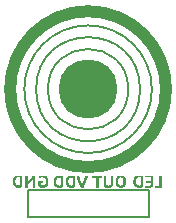
<source format=gbr>
G04 DipTrace 3.2.0.1*
G04 BottomSilk.gbr*
%MOIN*%
G04 #@! TF.FileFunction,Legend,Bot*
G04 #@! TF.Part,Single*
%ADD13C,0.002625*%
%ADD15C,0.007874*%
%ADD18C,0.19685*%
%ADD19C,0.03937*%
%FSLAX26Y26*%
G04*
G70*
G90*
G75*
G01*
G04 BotSilk*
%LPD*%
X-133858Y39370D2*
D15*
G02X-133858Y39370I133858J0D01*
G01*
X-173228D2*
G02X-173228Y39370I173228J0D01*
G01*
X-212598D2*
G02X-212598Y39370I212598J0D01*
G01*
D18*
X0D3*
X-259843D2*
D19*
G02X-259843Y39370I259843J0D01*
G01*
X-275591D2*
D15*
G02X-275591Y39370I275591J0D01*
G01*
X-200000Y-296850D2*
X202362D1*
Y-385039D1*
X-200000D1*
Y-296850D1*
X-239084Y-248580D2*
D13*
X-222024D1*
X-210213D2*
X-204963D1*
X-182654D2*
X-178717D1*
X-162969D2*
X-147220D1*
X-241761Y-249892D2*
X-222024D1*
X-210213D2*
X-204963D1*
X-183966D2*
X-178717D1*
X-163579D2*
X-144253D1*
X-243984Y-251205D2*
X-222024D1*
X-210213D2*
X-204963D1*
X-185278D2*
X-178717D1*
X-163985D2*
X-141842D1*
X-245698Y-252517D2*
X-238776D1*
X-225961D2*
X-222024D1*
X-210213D2*
X-204963D1*
X-186591D2*
X-178717D1*
X-164281D2*
X-161656D1*
X-149099D2*
X-140072D1*
X-247021Y-253829D2*
X-240683D1*
X-225961D2*
X-222024D1*
X-210213D2*
X-204963D1*
X-187903D2*
X-178717D1*
X-146425D2*
X-138828D1*
X-248077Y-255142D2*
X-242074D1*
X-225961D2*
X-222024D1*
X-210213D2*
X-204963D1*
X-189215D2*
X-178717D1*
X-144594D2*
X-137939D1*
X-248822Y-256454D2*
X-243090D1*
X-225961D2*
X-222024D1*
X-210213D2*
X-204963D1*
X-190528D2*
X-178717D1*
X-143364D2*
X-137292D1*
X-249287Y-257766D2*
X-243900D1*
X-225961D2*
X-222024D1*
X-210213D2*
X-204963D1*
X-191840D2*
X-178717D1*
X-142462D2*
X-136785D1*
X-249658Y-259079D2*
X-244573D1*
X-225961D2*
X-222024D1*
X-210213D2*
X-204963D1*
X-193152D2*
X-186591D1*
X-183966D2*
X-178717D1*
X-141753D2*
X-136306D1*
X-250060Y-260391D2*
X-245081D1*
X-225961D2*
X-222024D1*
X-210213D2*
X-204963D1*
X-194465D2*
X-187903D1*
X-183966D2*
X-178717D1*
X-141230D2*
X-135898D1*
X-250432Y-261703D2*
X-245385D1*
X-225961D2*
X-222024D1*
X-210213D2*
X-204963D1*
X-195777D2*
X-189215D1*
X-183966D2*
X-178717D1*
X-140922D2*
X-135640D1*
X-250674Y-263016D2*
X-245536D1*
X-225961D2*
X-222024D1*
X-210213D2*
X-204963D1*
X-197089D2*
X-190528D1*
X-183966D2*
X-178717D1*
X-140769D2*
X-135508D1*
X-250800Y-264328D2*
X-245603D1*
X-225961D2*
X-222024D1*
X-210213D2*
X-204958D1*
X-198407D2*
X-191840D1*
X-183966D2*
X-178717D1*
X-140702D2*
X-135448D1*
X-250857Y-265640D2*
X-245630D1*
X-225961D2*
X-222024D1*
X-210213D2*
X-204908D1*
X-199769D2*
X-193152D1*
X-183966D2*
X-178717D1*
X-165593D2*
X-152470D1*
X-140675D2*
X-135424D1*
X-250881Y-266953D2*
X-245640D1*
X-225961D2*
X-222024D1*
X-210213D2*
X-204705D1*
X-201284D2*
X-194465D1*
X-183966D2*
X-178717D1*
X-165593D2*
X-152470D1*
X-140664D2*
X-135415D1*
X-250885Y-268265D2*
X-245639D1*
X-225961D2*
X-222024D1*
X-210213D2*
X-204257D1*
X-203045D2*
X-195777D1*
X-183966D2*
X-178717D1*
X-165593D2*
X-152470D1*
X-140661D2*
X-135411D1*
X-250842Y-269577D2*
X-245594D1*
X-225961D2*
X-222024D1*
X-210213D2*
X-197089D1*
X-183966D2*
X-178717D1*
X-165593D2*
X-161656D1*
X-140665D2*
X-135415D1*
X-250676Y-270890D2*
X-245427D1*
X-225961D2*
X-222024D1*
X-210213D2*
X-198402D1*
X-183966D2*
X-178717D1*
X-165593D2*
X-161656D1*
X-140710D2*
X-135461D1*
X-250357Y-272202D2*
X-245108D1*
X-225961D2*
X-222024D1*
X-210213D2*
X-199714D1*
X-183966D2*
X-178717D1*
X-165593D2*
X-161656D1*
X-140877D2*
X-135628D1*
X-249974Y-273514D2*
X-244725D1*
X-225961D2*
X-222024D1*
X-210213D2*
X-201021D1*
X-183966D2*
X-178717D1*
X-165593D2*
X-161656D1*
X-141197D2*
X-135947D1*
X-249573Y-274827D2*
X-244319D1*
X-225961D2*
X-222024D1*
X-210213D2*
X-202282D1*
X-183966D2*
X-178717D1*
X-165593D2*
X-161656D1*
X-141584D2*
X-136330D1*
X-249086Y-276139D2*
X-243780D1*
X-225966D2*
X-222024D1*
X-210213D2*
X-203376D1*
X-183966D2*
X-178717D1*
X-165593D2*
X-161651D1*
X-142037D2*
X-136731D1*
X-248475Y-277451D2*
X-243095D1*
X-226053D2*
X-222024D1*
X-210213D2*
X-204156D1*
X-183966D2*
X-178717D1*
X-165593D2*
X-161554D1*
X-142610D2*
X-137219D1*
X-247691Y-278764D2*
X-241690D1*
X-226284D2*
X-222024D1*
X-210213D2*
X-204599D1*
X-183966D2*
X-178717D1*
X-165593D2*
X-161292D1*
X-143899D2*
X-137834D1*
X-246680Y-280076D2*
X-238072D1*
X-227864D2*
X-222039D1*
X-210213D2*
X-204813D1*
X-183966D2*
X-178717D1*
X-165573D2*
X-159404D1*
X-147735D2*
X-138670D1*
X-245423Y-281388D2*
X-232612D1*
X-232372D2*
X-222189D1*
X-210213D2*
X-204905D1*
X-183966D2*
X-178717D1*
X-165511D2*
X-153873D1*
X-153929D2*
X-139888D1*
X-243774Y-282701D2*
X-222547D1*
X-210213D2*
X-204942D1*
X-183966D2*
X-178717D1*
X-164896D2*
X-141573D1*
X-241593Y-284013D2*
X-224081D1*
X-210213D2*
X-204956D1*
X-183966D2*
X-178717D1*
X-162851D2*
X-143654D1*
X-239084Y-285325D2*
X-225961D1*
X-210213D2*
X-204963D1*
X-183966D2*
X-178717D1*
X-160344D2*
X-145908D1*
X-103257Y-249367D2*
X-86197D1*
X-62575D2*
X-45514D1*
X-37640D2*
X-32391D1*
X-8769D2*
X-3520D1*
X-105934Y-250680D2*
X-86197D1*
X-65252D2*
X-45514D1*
X-37438D2*
X-32386D1*
X-9578D2*
X-4328D1*
X-108157Y-251992D2*
X-86197D1*
X-67475D2*
X-45514D1*
X-37112D2*
X-32340D1*
X-10285D2*
X-5036D1*
X-109871Y-253304D2*
X-102949D1*
X-90134D2*
X-86197D1*
X-69189D2*
X-62267D1*
X-49451D2*
X-45514D1*
X-36767D2*
X-32173D1*
X-10862D2*
X-5612D1*
X-111195Y-254617D2*
X-104856D1*
X-90134D2*
X-86197D1*
X-70512D2*
X-64173D1*
X-49451D2*
X-45514D1*
X-36491D2*
X-31853D1*
X-11343D2*
X-6094D1*
X-112250Y-255929D2*
X-106247D1*
X-90134D2*
X-86197D1*
X-71568D2*
X-65565D1*
X-49451D2*
X-45514D1*
X-36202D2*
X-31471D1*
X-11819D2*
X-6570D1*
X-112995Y-257241D2*
X-107264D1*
X-90134D2*
X-86197D1*
X-72312D2*
X-66581D1*
X-49451D2*
X-45514D1*
X-35827D2*
X-31074D1*
X-12270D2*
X-7021D1*
X-113461Y-258554D2*
X-108074D1*
X-90134D2*
X-86197D1*
X-72778D2*
X-67391D1*
X-49451D2*
X-45514D1*
X-35421D2*
X-30638D1*
X-12699D2*
X-7450D1*
X-113831Y-259866D2*
X-108746D1*
X-90134D2*
X-86197D1*
X-73149D2*
X-68064D1*
X-49451D2*
X-45514D1*
X-35016D2*
X-30241D1*
X-13192D2*
X-7943D1*
X-114233Y-261178D2*
X-109255D1*
X-90134D2*
X-86197D1*
X-73551D2*
X-68572D1*
X-49451D2*
X-45514D1*
X-34572D2*
X-29943D1*
X-13755D2*
X-8506D1*
X-114605Y-262491D2*
X-109558D1*
X-90134D2*
X-86197D1*
X-73923D2*
X-68876D1*
X-49451D2*
X-45514D1*
X-34133D2*
X-29640D1*
X-14328D2*
X-9078D1*
X-114847Y-263803D2*
X-109709D1*
X-90134D2*
X-86197D1*
X-74165D2*
X-69027D1*
X-49451D2*
X-45514D1*
X-33713D2*
X-29221D1*
X-14841D2*
X-9592D1*
X-114973Y-265115D2*
X-109776D1*
X-90134D2*
X-86197D1*
X-74291D2*
X-69094D1*
X-49451D2*
X-45514D1*
X-33263D2*
X-28693D1*
X-15296D2*
X-10052D1*
X-115031Y-266428D2*
X-109803D1*
X-90134D2*
X-86197D1*
X-74348D2*
X-69121D1*
X-49451D2*
X-45514D1*
X-32821D2*
X-28135D1*
X-15762D2*
X-10559D1*
X-115054Y-267740D2*
X-109813D1*
X-90134D2*
X-86197D1*
X-74372D2*
X-69131D1*
X-49451D2*
X-45514D1*
X-32396D2*
X-27628D1*
X-16209D2*
X-11127D1*
X-115058Y-269052D2*
X-109812D1*
X-90134D2*
X-86197D1*
X-74376D2*
X-69129D1*
X-49451D2*
X-45514D1*
X-31905D2*
X-27170D1*
X-16637D2*
X-11702D1*
X-115015Y-270365D2*
X-109767D1*
X-90134D2*
X-86197D1*
X-74333D2*
X-69085D1*
X-49451D2*
X-45514D1*
X-31342D2*
X-26664D1*
X-17129D2*
X-12216D1*
X-114849Y-271677D2*
X-109600D1*
X-90134D2*
X-86197D1*
X-74167D2*
X-68918D1*
X-49451D2*
X-45514D1*
X-30769D2*
X-26091D1*
X-17692D2*
X-12672D1*
X-114530Y-272990D2*
X-109281D1*
X-90134D2*
X-86197D1*
X-73848D2*
X-68598D1*
X-49451D2*
X-45514D1*
X-30256D2*
X-25475D1*
X-18265D2*
X-13137D1*
X-114148Y-274302D2*
X-108898D1*
X-90134D2*
X-86197D1*
X-73465D2*
X-68216D1*
X-49451D2*
X-45514D1*
X-29795D2*
X-24840D1*
X-18778D2*
X-13585D1*
X-113746Y-275614D2*
X-108492D1*
X-90134D2*
X-86197D1*
X-73064D2*
X-67810D1*
X-49451D2*
X-45514D1*
X-29289D2*
X-24232D1*
X-19239D2*
X-14012D1*
X-113259Y-276927D2*
X-107953D1*
X-90139D2*
X-86197D1*
X-72577D2*
X-67271D1*
X-49457D2*
X-45514D1*
X-28715D2*
X-23699D1*
X-19749D2*
X-14504D1*
X-112649Y-278239D2*
X-107268D1*
X-90226D2*
X-86197D1*
X-71966D2*
X-66586D1*
X-49544D2*
X-45514D1*
X-28100D2*
X-23202D1*
X-20357D2*
X-15067D1*
X-111864Y-279551D2*
X-105864D1*
X-90457D2*
X-86197D1*
X-71181D2*
X-65181D1*
X-49774D2*
X-45514D1*
X-27459D2*
X-22597D1*
X-21081D2*
X-15640D1*
X-110854Y-280864D2*
X-102245D1*
X-92037D2*
X-86212D1*
X-70171D2*
X-61563D1*
X-51355D2*
X-45530D1*
X-26811D2*
X-16154D1*
X-109597Y-282176D2*
X-96785D1*
X-96545D2*
X-86362D1*
X-68914D2*
X-56102D1*
X-55863D2*
X-45680D1*
X-26160D2*
X-16610D1*
X-107947Y-283488D2*
X-86720D1*
X-67265D2*
X-46037D1*
X-25540D2*
X-17081D1*
X-105766Y-284801D2*
X-88254D1*
X-65083D2*
X-47571D1*
X-24993D2*
X-17539D1*
X-103257Y-286113D2*
X-90134D1*
X-62575D2*
X-49451D1*
X-24517D2*
X-17955D1*
X14459Y-248974D2*
X44643D1*
X52517D2*
X57766D1*
X76139D2*
X81388D1*
X102386D2*
X112885D1*
X14459Y-250286D2*
X44643D1*
X52517D2*
X57766D1*
X76139D2*
X81388D1*
X99867D2*
X115403D1*
X14459Y-251598D2*
X44643D1*
X52517D2*
X57766D1*
X76139D2*
X81388D1*
X97847D2*
X117423D1*
X27583Y-252911D2*
X32832D1*
X52517D2*
X57766D1*
X76139D2*
X81388D1*
X96326D2*
X103961D1*
X111309D2*
X118945D1*
X27583Y-254223D2*
X32832D1*
X52517D2*
X57766D1*
X76139D2*
X81388D1*
X95210D2*
X101928D1*
X113343D2*
X120066D1*
X27583Y-255535D2*
X32832D1*
X52517D2*
X57766D1*
X76139D2*
X81388D1*
X94379D2*
X100348D1*
X114922D2*
X120938D1*
X27583Y-256848D2*
X32832D1*
X52517D2*
X57766D1*
X76139D2*
X81388D1*
X93756D2*
X99188D1*
X116082D2*
X121682D1*
X27583Y-258160D2*
X32832D1*
X52517D2*
X57766D1*
X76139D2*
X81388D1*
X93258D2*
X98339D1*
X116932D2*
X122327D1*
X27583Y-259472D2*
X32832D1*
X52517D2*
X57766D1*
X76139D2*
X81388D1*
X92782D2*
X97751D1*
X117519D2*
X122825D1*
X27583Y-260785D2*
X32832D1*
X52517D2*
X57766D1*
X76139D2*
X81388D1*
X92375D2*
X97416D1*
X117854D2*
X123124D1*
X27583Y-262097D2*
X32832D1*
X52517D2*
X57766D1*
X76139D2*
X81388D1*
X92118D2*
X97253D1*
X118018D2*
X123274D1*
X27583Y-263409D2*
X32832D1*
X52517D2*
X57766D1*
X76139D2*
X81388D1*
X91985D2*
X97182D1*
X118089D2*
X123341D1*
X27583Y-264722D2*
X32832D1*
X52517D2*
X57766D1*
X76139D2*
X81388D1*
X91926D2*
X97153D1*
X118117D2*
X123367D1*
X27583Y-266034D2*
X32832D1*
X52517D2*
X57766D1*
X76139D2*
X81388D1*
X91902D2*
X97142D1*
X118128D2*
X123378D1*
X27583Y-267346D2*
X32832D1*
X52517D2*
X57766D1*
X76139D2*
X81388D1*
X91892D2*
X97138D1*
X118132D2*
X123381D1*
X27583Y-268659D2*
X32832D1*
X52517D2*
X57766D1*
X76139D2*
X81388D1*
X91889D2*
X97137D1*
X118133D2*
X123383D1*
X27583Y-269971D2*
X32832D1*
X52517D2*
X57766D1*
X76139D2*
X81388D1*
X91893D2*
X97137D1*
X118134D2*
X123383D1*
X27583Y-271283D2*
X32832D1*
X52517D2*
X57766D1*
X76139D2*
X81388D1*
X91939D2*
X97142D1*
X118129D2*
X123378D1*
X27583Y-272596D2*
X32832D1*
X52517D2*
X57766D1*
X76134D2*
X81383D1*
X92106D2*
X97188D1*
X118083D2*
X123332D1*
X27583Y-273908D2*
X32832D1*
X52517D2*
X57766D1*
X76088D2*
X81337D1*
X92425D2*
X97360D1*
X117910D2*
X123160D1*
X27583Y-275220D2*
X32832D1*
X52517D2*
X57766D1*
X75915D2*
X81165D1*
X92808D2*
X97726D1*
X117545D2*
X122799D1*
X27583Y-276533D2*
X32832D1*
X52517D2*
X57772D1*
X75545D2*
X80804D1*
X93209D2*
X98286D1*
X116985D2*
X122290D1*
X27583Y-277845D2*
X32832D1*
X52517D2*
X57864D1*
X74898D2*
X80296D1*
X93696D2*
X99124D1*
X116146D2*
X121696D1*
X27583Y-279157D2*
X32832D1*
X52517D2*
X58110D1*
X73973D2*
X79696D1*
X94307D2*
X100252D1*
X115018D2*
X121019D1*
X27583Y-280470D2*
X32832D1*
X52517D2*
X59844D1*
X70491D2*
X78968D1*
X95102D2*
X103196D1*
X112074D2*
X120192D1*
X27583Y-281782D2*
X32832D1*
X52517D2*
X64864D1*
X64831D2*
X77933D1*
X96202D2*
X107581D1*
X107689D2*
X119078D1*
X27583Y-283094D2*
X32832D1*
X52517D2*
X76391D1*
X97764D2*
X117510D1*
X27583Y-284407D2*
X32832D1*
X52517D2*
X74397D1*
X99903D2*
X115369D1*
X27583Y-285719D2*
X32832D1*
X59079D2*
X72202D1*
X102386D2*
X112885D1*
X162491Y-248974D2*
X179551D1*
X191362D2*
X213672D1*
X237294D2*
X242543D1*
X159814Y-250286D2*
X179551D1*
X191362D2*
X213672D1*
X237294D2*
X242543D1*
X157591Y-251598D2*
X179551D1*
X191362D2*
X213672D1*
X237294D2*
X242543D1*
X155877Y-252911D2*
X162799D1*
X175614D2*
X179551D1*
X208423D2*
X213672D1*
X237294D2*
X242543D1*
X154553Y-254223D2*
X160892D1*
X175614D2*
X179551D1*
X208423D2*
X213672D1*
X237294D2*
X242543D1*
X153498Y-255535D2*
X159501D1*
X175614D2*
X179551D1*
X208423D2*
X213672D1*
X237294D2*
X242543D1*
X152753Y-256848D2*
X158484D1*
X175614D2*
X179551D1*
X208423D2*
X213672D1*
X237294D2*
X242543D1*
X152287Y-258160D2*
X157674D1*
X175614D2*
X179551D1*
X208423D2*
X213672D1*
X237294D2*
X242543D1*
X151917Y-259472D2*
X157002D1*
X175614D2*
X179551D1*
X208423D2*
X213672D1*
X237294D2*
X242543D1*
X151515Y-260785D2*
X156493D1*
X175614D2*
X179551D1*
X208423D2*
X213672D1*
X237294D2*
X242543D1*
X151143Y-262097D2*
X156190D1*
X175614D2*
X179551D1*
X208423D2*
X213672D1*
X237294D2*
X242543D1*
X150901Y-263409D2*
X156039D1*
X175614D2*
X179551D1*
X208423D2*
X213672D1*
X237294D2*
X242543D1*
X150775Y-264722D2*
X155972D1*
X175614D2*
X179551D1*
X208423D2*
X213672D1*
X237294D2*
X242543D1*
X150717Y-266034D2*
X155945D1*
X175614D2*
X179551D1*
X192675D2*
X213672D1*
X237294D2*
X242543D1*
X150694Y-267346D2*
X155935D1*
X175614D2*
X179551D1*
X192675D2*
X213672D1*
X237294D2*
X242543D1*
X150690Y-268659D2*
X155936D1*
X175614D2*
X179551D1*
X192675D2*
X213672D1*
X237294D2*
X242543D1*
X150733Y-269971D2*
X155981D1*
X175614D2*
X179551D1*
X208423D2*
X213672D1*
X237294D2*
X242543D1*
X150899Y-271283D2*
X156148D1*
X175614D2*
X179551D1*
X208423D2*
X213672D1*
X237294D2*
X242543D1*
X151218Y-272596D2*
X156467D1*
X175614D2*
X179551D1*
X208423D2*
X213672D1*
X237294D2*
X242543D1*
X151600Y-273908D2*
X156850D1*
X175614D2*
X179551D1*
X208423D2*
X213667D1*
X237294D2*
X242543D1*
X152002Y-275220D2*
X157256D1*
X175614D2*
X179551D1*
X208417D2*
X213621D1*
X237294D2*
X242543D1*
X152489Y-276533D2*
X157795D1*
X175609D2*
X179551D1*
X208366D2*
X213453D1*
X237294D2*
X242543D1*
X153100Y-277845D2*
X158480D1*
X175522D2*
X179551D1*
X208148D2*
X213134D1*
X237294D2*
X242543D1*
X153884Y-279157D2*
X159884D1*
X175291D2*
X179551D1*
X207615D2*
X212746D1*
X237294D2*
X242543D1*
X154894Y-280470D2*
X163503D1*
X173711D2*
X179536D1*
X206747D2*
X212294D1*
X237294D2*
X242543D1*
X156151Y-281782D2*
X168963D1*
X169203D2*
X179386D1*
X205659D2*
X211589D1*
X237294D2*
X242543D1*
X157801Y-283094D2*
X179028D1*
X190050D2*
X210463D1*
X221546D2*
X242543D1*
X159982Y-284407D2*
X177494D1*
X190050D2*
X208902D1*
X221546D2*
X242543D1*
X162491Y-285719D2*
X175614D1*
X190050D2*
X207110D1*
X221546D2*
X242543D1*
X-239084Y-248580D2*
X-241761Y-249892D1*
X-243984Y-251205D1*
X-245698Y-252517D1*
X-247021Y-253829D1*
X-248077Y-255142D1*
X-248822Y-256454D1*
X-249287Y-257766D1*
X-249658Y-259079D1*
X-250060Y-260391D1*
X-250432Y-261703D1*
X-250674Y-263016D1*
X-250800Y-264328D1*
X-250857Y-265640D1*
X-250881Y-266953D1*
X-250885Y-268265D1*
X-250842Y-269577D1*
X-250676Y-270890D1*
X-250357Y-272202D1*
X-249974Y-273514D1*
X-249573Y-274827D1*
X-249086Y-276139D1*
X-248475Y-277451D1*
X-247691Y-278764D1*
X-246680Y-280076D1*
X-245423Y-281388D1*
X-243774Y-282701D1*
X-241593Y-284013D1*
X-239084Y-285325D1*
X-222024Y-248580D2*
Y-249892D1*
Y-251205D1*
Y-252517D1*
Y-253829D1*
Y-255142D1*
Y-256454D1*
Y-257766D1*
Y-259079D1*
Y-260391D1*
Y-261703D1*
Y-263016D1*
Y-264328D1*
Y-265640D1*
Y-266953D1*
Y-268265D1*
Y-269577D1*
Y-270890D1*
Y-272202D1*
Y-273514D1*
Y-274827D1*
Y-276139D1*
Y-277451D1*
Y-278764D1*
X-222039Y-280076D1*
X-222189Y-281388D1*
X-222547Y-282701D1*
X-224081Y-284013D1*
X-225961Y-285325D1*
X-210213Y-248580D2*
Y-249892D1*
Y-251205D1*
Y-252517D1*
Y-253829D1*
Y-255142D1*
Y-256454D1*
Y-257766D1*
Y-259079D1*
Y-260391D1*
Y-261703D1*
Y-263016D1*
Y-264328D1*
Y-265640D1*
Y-266953D1*
Y-268265D1*
Y-269577D1*
Y-270890D1*
Y-272202D1*
Y-273514D1*
Y-274827D1*
Y-276139D1*
Y-277451D1*
Y-278764D1*
Y-280076D1*
Y-281388D1*
Y-282701D1*
Y-284013D1*
Y-285325D1*
X-204963Y-248580D2*
Y-249892D1*
Y-251205D1*
Y-252517D1*
Y-253829D1*
Y-255142D1*
Y-256454D1*
Y-257766D1*
Y-259079D1*
Y-260391D1*
Y-261703D1*
Y-263016D1*
X-204958Y-264328D1*
X-204908Y-265640D1*
X-204705Y-266953D1*
X-204257Y-268265D1*
X-203651Y-269577D1*
X-182654Y-248580D2*
X-183966Y-249892D1*
X-185278Y-251205D1*
X-186591Y-252517D1*
X-187903Y-253829D1*
X-189215Y-255142D1*
X-190528Y-256454D1*
X-191840Y-257766D1*
X-193152Y-259079D1*
X-194465Y-260391D1*
X-195777Y-261703D1*
X-197089Y-263016D1*
X-198407Y-264328D1*
X-199769Y-265640D1*
X-201284Y-266953D1*
X-203045Y-268265D1*
X-204963Y-269577D1*
X-178717Y-248580D2*
Y-249892D1*
Y-251205D1*
Y-252517D1*
Y-253829D1*
Y-255142D1*
Y-256454D1*
Y-257766D1*
Y-259079D1*
Y-260391D1*
Y-261703D1*
Y-263016D1*
Y-264328D1*
Y-265640D1*
Y-266953D1*
Y-268265D1*
Y-269577D1*
Y-270890D1*
Y-272202D1*
Y-273514D1*
Y-274827D1*
Y-276139D1*
Y-277451D1*
Y-278764D1*
Y-280076D1*
Y-281388D1*
Y-282701D1*
Y-284013D1*
Y-285325D1*
X-162969Y-248580D2*
X-163579Y-249892D1*
X-163985Y-251205D1*
X-164281Y-252517D1*
X-147220Y-248580D2*
X-144253Y-249892D1*
X-141842Y-251205D1*
X-140072Y-252517D1*
X-138828Y-253829D1*
X-137939Y-255142D1*
X-137292Y-256454D1*
X-136785Y-257766D1*
X-136306Y-259079D1*
X-135898Y-260391D1*
X-135640Y-261703D1*
X-135508Y-263016D1*
X-135448Y-264328D1*
X-135424Y-265640D1*
X-135415Y-266953D1*
X-135411Y-268265D1*
X-135415Y-269577D1*
X-135461Y-270890D1*
X-135628Y-272202D1*
X-135947Y-273514D1*
X-136330Y-274827D1*
X-136731Y-276139D1*
X-137219Y-277451D1*
X-137834Y-278764D1*
X-138670Y-280076D1*
X-139888Y-281388D1*
X-141573Y-282701D1*
X-143654Y-284013D1*
X-145908Y-285325D1*
X-236459Y-251205D2*
X-238776Y-252517D1*
X-240683Y-253829D1*
X-242074Y-255142D1*
X-243090Y-256454D1*
X-243900Y-257766D1*
X-244573Y-259079D1*
X-245081Y-260391D1*
X-245385Y-261703D1*
X-245536Y-263016D1*
X-245603Y-264328D1*
X-245630Y-265640D1*
X-245640Y-266953D1*
X-245639Y-268265D1*
X-245594Y-269577D1*
X-245427Y-270890D1*
X-245108Y-272202D1*
X-244725Y-273514D1*
X-244319Y-274827D1*
X-243780Y-276139D1*
X-243095Y-277451D1*
X-241690Y-278764D1*
X-238072Y-280076D1*
X-232612Y-281388D1*
X-225961Y-282701D1*
Y-251205D2*
Y-252517D1*
Y-253829D1*
Y-255142D1*
Y-256454D1*
Y-257766D1*
Y-259079D1*
Y-260391D1*
Y-261703D1*
Y-263016D1*
Y-264328D1*
Y-265640D1*
Y-266953D1*
Y-268265D1*
Y-269577D1*
Y-270890D1*
Y-272202D1*
Y-273514D1*
Y-274827D1*
X-225966Y-276139D1*
X-226053Y-277451D1*
X-226284Y-278764D1*
X-227864Y-280076D1*
X-232372Y-281388D1*
X-237772Y-282701D1*
X-160344Y-251205D2*
X-161656Y-252517D1*
X-152470Y-251205D2*
X-149099Y-252517D1*
X-146425Y-253829D1*
X-144594Y-255142D1*
X-143364Y-256454D1*
X-142462Y-257766D1*
X-141753Y-259079D1*
X-141230Y-260391D1*
X-140922Y-261703D1*
X-140769Y-263016D1*
X-140702Y-264328D1*
X-140675Y-265640D1*
X-140664Y-266953D1*
X-140661Y-268265D1*
X-140665Y-269577D1*
X-140710Y-270890D1*
X-140877Y-272202D1*
X-141197Y-273514D1*
X-141584Y-274827D1*
X-142037Y-276139D1*
X-142610Y-277451D1*
X-143899Y-278764D1*
X-147735Y-280076D1*
X-153929Y-281388D1*
X-161656Y-282701D1*
X-185278Y-257766D2*
X-186591Y-259079D1*
X-187903Y-260391D1*
X-189215Y-261703D1*
X-190528Y-263016D1*
X-191840Y-264328D1*
X-193152Y-265640D1*
X-194465Y-266953D1*
X-195777Y-268265D1*
X-197089Y-269577D1*
X-198402Y-270890D1*
X-199714Y-272202D1*
X-201021Y-273514D1*
X-202282Y-274827D1*
X-203376Y-276139D1*
X-204156Y-277451D1*
X-204599Y-278764D1*
X-204813Y-280076D1*
X-204905Y-281388D1*
X-204942Y-282701D1*
X-204956Y-284013D1*
X-204963Y-285325D1*
X-183966Y-257766D2*
Y-259079D1*
Y-260391D1*
Y-261703D1*
Y-263016D1*
Y-264328D1*
Y-265640D1*
Y-266953D1*
Y-268265D1*
Y-269577D1*
Y-270890D1*
Y-272202D1*
Y-273514D1*
Y-274827D1*
Y-276139D1*
Y-277451D1*
Y-278764D1*
Y-280076D1*
Y-281388D1*
Y-282701D1*
Y-284013D1*
Y-285325D1*
X-165593Y-265640D2*
Y-266953D1*
Y-268265D1*
Y-269577D1*
Y-270890D1*
Y-272202D1*
Y-273514D1*
Y-274827D1*
Y-276139D1*
Y-277451D1*
Y-278764D1*
X-165573Y-280076D1*
X-165511Y-281388D1*
X-164896Y-282701D1*
X-162851Y-284013D1*
X-160344Y-285325D1*
X-152470Y-265640D2*
Y-266953D1*
Y-268265D1*
Y-269577D1*
X-161656D1*
Y-270890D1*
Y-272202D1*
Y-273514D1*
Y-274827D1*
X-161651Y-276139D1*
X-161554Y-277451D1*
X-161292Y-278764D1*
X-159404Y-280076D1*
X-153873Y-281388D1*
X-147220Y-282701D1*
X-103257Y-249367D2*
X-105934Y-250680D1*
X-108157Y-251992D1*
X-109871Y-253304D1*
X-111195Y-254617D1*
X-112250Y-255929D1*
X-112995Y-257241D1*
X-113461Y-258554D1*
X-113831Y-259866D1*
X-114233Y-261178D1*
X-114605Y-262491D1*
X-114847Y-263803D1*
X-114973Y-265115D1*
X-115031Y-266428D1*
X-115054Y-267740D1*
X-115058Y-269052D1*
X-115015Y-270365D1*
X-114849Y-271677D1*
X-114530Y-272990D1*
X-114148Y-274302D1*
X-113746Y-275614D1*
X-113259Y-276927D1*
X-112649Y-278239D1*
X-111864Y-279551D1*
X-110854Y-280864D1*
X-109597Y-282176D1*
X-107947Y-283488D1*
X-105766Y-284801D1*
X-103257Y-286113D1*
X-86197Y-249367D2*
Y-250680D1*
Y-251992D1*
Y-253304D1*
Y-254617D1*
Y-255929D1*
Y-257241D1*
Y-258554D1*
Y-259866D1*
Y-261178D1*
Y-262491D1*
Y-263803D1*
Y-265115D1*
Y-266428D1*
Y-267740D1*
Y-269052D1*
Y-270365D1*
Y-271677D1*
Y-272990D1*
Y-274302D1*
Y-275614D1*
Y-276927D1*
Y-278239D1*
Y-279551D1*
X-86212Y-280864D1*
X-86362Y-282176D1*
X-86720Y-283488D1*
X-88254Y-284801D1*
X-90134Y-286113D1*
X-62575Y-249367D2*
X-65252Y-250680D1*
X-67475Y-251992D1*
X-69189Y-253304D1*
X-70512Y-254617D1*
X-71568Y-255929D1*
X-72312Y-257241D1*
X-72778Y-258554D1*
X-73149Y-259866D1*
X-73551Y-261178D1*
X-73923Y-262491D1*
X-74165Y-263803D1*
X-74291Y-265115D1*
X-74348Y-266428D1*
X-74372Y-267740D1*
X-74376Y-269052D1*
X-74333Y-270365D1*
X-74167Y-271677D1*
X-73848Y-272990D1*
X-73465Y-274302D1*
X-73064Y-275614D1*
X-72577Y-276927D1*
X-71966Y-278239D1*
X-71181Y-279551D1*
X-70171Y-280864D1*
X-68914Y-282176D1*
X-67265Y-283488D1*
X-65083Y-284801D1*
X-62575Y-286113D1*
X-45514Y-249367D2*
Y-250680D1*
Y-251992D1*
Y-253304D1*
Y-254617D1*
Y-255929D1*
Y-257241D1*
Y-258554D1*
Y-259866D1*
Y-261178D1*
Y-262491D1*
Y-263803D1*
Y-265115D1*
Y-266428D1*
Y-267740D1*
Y-269052D1*
Y-270365D1*
Y-271677D1*
Y-272990D1*
Y-274302D1*
Y-275614D1*
Y-276927D1*
Y-278239D1*
Y-279551D1*
X-45530Y-280864D1*
X-45680Y-282176D1*
X-46037Y-283488D1*
X-47571Y-284801D1*
X-49451Y-286113D1*
X-37640Y-249367D2*
X-37438Y-250680D1*
X-37112Y-251992D1*
X-36767Y-253304D1*
X-36491Y-254617D1*
X-36202Y-255929D1*
X-35827Y-257241D1*
X-35421Y-258554D1*
X-35016Y-259866D1*
X-34572Y-261178D1*
X-34133Y-262491D1*
X-33713Y-263803D1*
X-33263Y-265115D1*
X-32821Y-266428D1*
X-32396Y-267740D1*
X-31905Y-269052D1*
X-31342Y-270365D1*
X-30769Y-271677D1*
X-30256Y-272990D1*
X-29795Y-274302D1*
X-29289Y-275614D1*
X-28715Y-276927D1*
X-28100Y-278239D1*
X-27459Y-279551D1*
X-26811Y-280864D1*
X-26160Y-282176D1*
X-25540Y-283488D1*
X-24993Y-284801D1*
X-24517Y-286113D1*
X-32391Y-249367D2*
X-32386Y-250680D1*
X-32340Y-251992D1*
X-32173Y-253304D1*
X-31853Y-254617D1*
X-31471Y-255929D1*
X-31074Y-257241D1*
X-30638Y-258554D1*
X-30241Y-259866D1*
X-29943Y-261178D1*
X-29640Y-262491D1*
X-29221Y-263803D1*
X-28693Y-265115D1*
X-28135Y-266428D1*
X-27628Y-267740D1*
X-27170Y-269052D1*
X-26664Y-270365D1*
X-26091Y-271677D1*
X-25475Y-272990D1*
X-24840Y-274302D1*
X-24232Y-275614D1*
X-23699Y-276927D1*
X-23202Y-278239D1*
X-22597Y-279551D1*
X-21892Y-280864D1*
X-8769Y-249367D2*
X-9578Y-250680D1*
X-10285Y-251992D1*
X-10862Y-253304D1*
X-11343Y-254617D1*
X-11819Y-255929D1*
X-12270Y-257241D1*
X-12699Y-258554D1*
X-13192Y-259866D1*
X-13755Y-261178D1*
X-14328Y-262491D1*
X-14841Y-263803D1*
X-15296Y-265115D1*
X-15762Y-266428D1*
X-16209Y-267740D1*
X-16637Y-269052D1*
X-17129Y-270365D1*
X-17692Y-271677D1*
X-18265Y-272990D1*
X-18778Y-274302D1*
X-19239Y-275614D1*
X-19749Y-276927D1*
X-20357Y-278239D1*
X-21081Y-279551D1*
X-21892Y-280864D1*
X-3520Y-249367D2*
X-4328Y-250680D1*
X-5036Y-251992D1*
X-5612Y-253304D1*
X-6094Y-254617D1*
X-6570Y-255929D1*
X-7021Y-257241D1*
X-7450Y-258554D1*
X-7943Y-259866D1*
X-8506Y-261178D1*
X-9078Y-262491D1*
X-9592Y-263803D1*
X-10052Y-265115D1*
X-10559Y-266428D1*
X-11127Y-267740D1*
X-11702Y-269052D1*
X-12216Y-270365D1*
X-12672Y-271677D1*
X-13137Y-272990D1*
X-13585Y-274302D1*
X-14012Y-275614D1*
X-14504Y-276927D1*
X-15067Y-278239D1*
X-15640Y-279551D1*
X-16154Y-280864D1*
X-16610Y-282176D1*
X-17081Y-283488D1*
X-17539Y-284801D1*
X-17955Y-286113D1*
X-100633Y-251992D2*
X-102949Y-253304D1*
X-104856Y-254617D1*
X-106247Y-255929D1*
X-107264Y-257241D1*
X-108074Y-258554D1*
X-108746Y-259866D1*
X-109255Y-261178D1*
X-109558Y-262491D1*
X-109709Y-263803D1*
X-109776Y-265115D1*
X-109803Y-266428D1*
X-109813Y-267740D1*
X-109812Y-269052D1*
X-109767Y-270365D1*
X-109600Y-271677D1*
X-109281Y-272990D1*
X-108898Y-274302D1*
X-108492Y-275614D1*
X-107953Y-276927D1*
X-107268Y-278239D1*
X-105864Y-279551D1*
X-102245Y-280864D1*
X-96785Y-282176D1*
X-90134Y-283488D1*
Y-251992D2*
Y-253304D1*
Y-254617D1*
Y-255929D1*
Y-257241D1*
Y-258554D1*
Y-259866D1*
Y-261178D1*
Y-262491D1*
Y-263803D1*
Y-265115D1*
Y-266428D1*
Y-267740D1*
Y-269052D1*
Y-270365D1*
Y-271677D1*
Y-272990D1*
Y-274302D1*
Y-275614D1*
X-90139Y-276927D1*
X-90226Y-278239D1*
X-90457Y-279551D1*
X-92037Y-280864D1*
X-96545Y-282176D1*
X-101945Y-283488D1*
X-59950Y-251992D2*
X-62267Y-253304D1*
X-64173Y-254617D1*
X-65565Y-255929D1*
X-66581Y-257241D1*
X-67391Y-258554D1*
X-68064Y-259866D1*
X-68572Y-261178D1*
X-68876Y-262491D1*
X-69027Y-263803D1*
X-69094Y-265115D1*
X-69121Y-266428D1*
X-69131Y-267740D1*
X-69129Y-269052D1*
X-69085Y-270365D1*
X-68918Y-271677D1*
X-68598Y-272990D1*
X-68216Y-274302D1*
X-67810Y-275614D1*
X-67271Y-276927D1*
X-66586Y-278239D1*
X-65181Y-279551D1*
X-61563Y-280864D1*
X-56102Y-282176D1*
X-49451Y-283488D1*
Y-251992D2*
Y-253304D1*
Y-254617D1*
Y-255929D1*
Y-257241D1*
Y-258554D1*
Y-259866D1*
Y-261178D1*
Y-262491D1*
Y-263803D1*
Y-265115D1*
Y-266428D1*
Y-267740D1*
Y-269052D1*
Y-270365D1*
Y-271677D1*
Y-272990D1*
Y-274302D1*
Y-275614D1*
X-49457Y-276927D1*
X-49544Y-278239D1*
X-49774Y-279551D1*
X-51355Y-280864D1*
X-55863Y-282176D1*
X-61262Y-283488D1*
X14459Y-248974D2*
Y-250286D1*
Y-251598D1*
Y-252911D1*
X27583D1*
Y-254223D1*
Y-255535D1*
Y-256848D1*
Y-258160D1*
Y-259472D1*
Y-260785D1*
Y-262097D1*
Y-263409D1*
Y-264722D1*
Y-266034D1*
Y-267346D1*
Y-268659D1*
Y-269971D1*
Y-271283D1*
Y-272596D1*
Y-273908D1*
Y-275220D1*
Y-276533D1*
Y-277845D1*
Y-279157D1*
Y-280470D1*
Y-281782D1*
Y-283094D1*
Y-284407D1*
Y-285719D1*
X44643Y-248974D2*
Y-250286D1*
Y-251598D1*
Y-252911D1*
X32832D1*
Y-254223D1*
Y-255535D1*
Y-256848D1*
Y-258160D1*
Y-259472D1*
Y-260785D1*
Y-262097D1*
Y-263409D1*
Y-264722D1*
Y-266034D1*
Y-267346D1*
Y-268659D1*
Y-269971D1*
Y-271283D1*
Y-272596D1*
Y-273908D1*
Y-275220D1*
Y-276533D1*
Y-277845D1*
Y-279157D1*
Y-280470D1*
Y-281782D1*
Y-283094D1*
Y-284407D1*
Y-285719D1*
X52517Y-248974D2*
Y-250286D1*
Y-251598D1*
Y-252911D1*
Y-254223D1*
Y-255535D1*
Y-256848D1*
Y-258160D1*
Y-259472D1*
Y-260785D1*
Y-262097D1*
Y-263409D1*
Y-264722D1*
Y-266034D1*
Y-267346D1*
Y-268659D1*
Y-269971D1*
Y-271283D1*
Y-272596D1*
Y-273908D1*
Y-275220D1*
Y-276533D1*
Y-277845D1*
Y-279157D1*
Y-280470D1*
Y-281782D1*
Y-283094D1*
Y-284407D1*
X59079Y-285719D1*
X57766Y-248974D2*
Y-250286D1*
Y-251598D1*
Y-252911D1*
Y-254223D1*
Y-255535D1*
Y-256848D1*
Y-258160D1*
Y-259472D1*
Y-260785D1*
Y-262097D1*
Y-263409D1*
Y-264722D1*
Y-266034D1*
Y-267346D1*
Y-268659D1*
Y-269971D1*
Y-271283D1*
Y-272596D1*
Y-273908D1*
Y-275220D1*
X57772Y-276533D1*
X57864Y-277845D1*
X58110Y-279157D1*
X59844Y-280470D1*
X64864Y-281782D1*
X70890Y-283094D1*
X76139Y-248974D2*
Y-250286D1*
Y-251598D1*
Y-252911D1*
Y-254223D1*
Y-255535D1*
Y-256848D1*
Y-258160D1*
Y-259472D1*
Y-260785D1*
Y-262097D1*
Y-263409D1*
Y-264722D1*
Y-266034D1*
Y-267346D1*
Y-268659D1*
Y-269971D1*
Y-271283D1*
X76134Y-272596D1*
X76088Y-273908D1*
X75915Y-275220D1*
X75545Y-276533D1*
X74898Y-277845D1*
X73973Y-279157D1*
X70491Y-280470D1*
X64831Y-281782D1*
X57766Y-283094D1*
X81388Y-248974D2*
Y-250286D1*
Y-251598D1*
Y-252911D1*
Y-254223D1*
Y-255535D1*
Y-256848D1*
Y-258160D1*
Y-259472D1*
Y-260785D1*
Y-262097D1*
Y-263409D1*
Y-264722D1*
Y-266034D1*
Y-267346D1*
Y-268659D1*
Y-269971D1*
Y-271283D1*
X81383Y-272596D1*
X81337Y-273908D1*
X81165Y-275220D1*
X80804Y-276533D1*
X80296Y-277845D1*
X79696Y-279157D1*
X78968Y-280470D1*
X77933Y-281782D1*
X76391Y-283094D1*
X74397Y-284407D1*
X72202Y-285719D1*
X102386Y-248974D2*
X99867Y-250286D1*
X97847Y-251598D1*
X96326Y-252911D1*
X95210Y-254223D1*
X94379Y-255535D1*
X93756Y-256848D1*
X93258Y-258160D1*
X92782Y-259472D1*
X92375Y-260785D1*
X92118Y-262097D1*
X91985Y-263409D1*
X91926Y-264722D1*
X91902Y-266034D1*
X91892Y-267346D1*
X91889Y-268659D1*
X91893Y-269971D1*
X91939Y-271283D1*
X92106Y-272596D1*
X92425Y-273908D1*
X92808Y-275220D1*
X93209Y-276533D1*
X93696Y-277845D1*
X94307Y-279157D1*
X95102Y-280470D1*
X96202Y-281782D1*
X97764Y-283094D1*
X99903Y-284407D1*
X102386Y-285719D1*
X112885Y-248974D2*
X115403Y-250286D1*
X117423Y-251598D1*
X118945Y-252911D1*
X120066Y-254223D1*
X120938Y-255535D1*
X121682Y-256848D1*
X122327Y-258160D1*
X122825Y-259472D1*
X123124Y-260785D1*
X123274Y-262097D1*
X123341Y-263409D1*
X123367Y-264722D1*
X123378Y-266034D1*
X123381Y-267346D1*
X123383Y-268659D1*
Y-269971D1*
X123378Y-271283D1*
X123332Y-272596D1*
X123160Y-273908D1*
X122799Y-275220D1*
X122290Y-276533D1*
X121696Y-277845D1*
X121019Y-279157D1*
X120192Y-280470D1*
X119078Y-281782D1*
X117510Y-283094D1*
X115369Y-284407D1*
X112885Y-285719D1*
X106323Y-251598D2*
X103961Y-252911D1*
X101928Y-254223D1*
X100348Y-255535D1*
X99188Y-256848D1*
X98339Y-258160D1*
X97751Y-259472D1*
X97416Y-260785D1*
X97253Y-262097D1*
X97182Y-263409D1*
X97153Y-264722D1*
X97142Y-266034D1*
X97138Y-267346D1*
X97137Y-268659D1*
Y-269971D1*
X97142Y-271283D1*
X97188Y-272596D1*
X97360Y-273908D1*
X97726Y-275220D1*
X98286Y-276533D1*
X99124Y-277845D1*
X100252Y-279157D1*
X103196Y-280470D1*
X107581Y-281782D1*
X112885Y-283094D1*
X108948Y-251598D2*
X111309Y-252911D1*
X113343Y-254223D1*
X114922Y-255535D1*
X116082Y-256848D1*
X116932Y-258160D1*
X117519Y-259472D1*
X117854Y-260785D1*
X118018Y-262097D1*
X118089Y-263409D1*
X118117Y-264722D1*
X118128Y-266034D1*
X118132Y-267346D1*
X118133Y-268659D1*
X118134Y-269971D1*
X118129Y-271283D1*
X118083Y-272596D1*
X117910Y-273908D1*
X117545Y-275220D1*
X116985Y-276533D1*
X116146Y-277845D1*
X115018Y-279157D1*
X112074Y-280470D1*
X107689Y-281782D1*
X102386Y-283094D1*
X162491Y-248974D2*
X159814Y-250286D1*
X157591Y-251598D1*
X155877Y-252911D1*
X154553Y-254223D1*
X153498Y-255535D1*
X152753Y-256848D1*
X152287Y-258160D1*
X151917Y-259472D1*
X151515Y-260785D1*
X151143Y-262097D1*
X150901Y-263409D1*
X150775Y-264722D1*
X150717Y-266034D1*
X150694Y-267346D1*
X150690Y-268659D1*
X150733Y-269971D1*
X150899Y-271283D1*
X151218Y-272596D1*
X151600Y-273908D1*
X152002Y-275220D1*
X152489Y-276533D1*
X153100Y-277845D1*
X153884Y-279157D1*
X154894Y-280470D1*
X156151Y-281782D1*
X157801Y-283094D1*
X159982Y-284407D1*
X162491Y-285719D1*
X179551Y-248974D2*
Y-250286D1*
Y-251598D1*
Y-252911D1*
Y-254223D1*
Y-255535D1*
Y-256848D1*
Y-258160D1*
Y-259472D1*
Y-260785D1*
Y-262097D1*
Y-263409D1*
Y-264722D1*
Y-266034D1*
Y-267346D1*
Y-268659D1*
Y-269971D1*
Y-271283D1*
Y-272596D1*
Y-273908D1*
Y-275220D1*
Y-276533D1*
Y-277845D1*
Y-279157D1*
X179536Y-280470D1*
X179386Y-281782D1*
X179028Y-283094D1*
X177494Y-284407D1*
X175614Y-285719D1*
X191362Y-248974D2*
Y-250286D1*
Y-251598D1*
X213672Y-248974D2*
Y-250286D1*
Y-251598D1*
Y-252911D1*
Y-254223D1*
Y-255535D1*
Y-256848D1*
Y-258160D1*
Y-259472D1*
Y-260785D1*
Y-262097D1*
Y-263409D1*
Y-264722D1*
Y-266034D1*
Y-267346D1*
Y-268659D1*
Y-269971D1*
Y-271283D1*
Y-272596D1*
X213667Y-273908D1*
X213621Y-275220D1*
X213453Y-276533D1*
X213134Y-277845D1*
X212746Y-279157D1*
X212294Y-280470D1*
X211589Y-281782D1*
X210463Y-283094D1*
X208902Y-284407D1*
X207110Y-285719D1*
X237294Y-248974D2*
Y-250286D1*
Y-251598D1*
Y-252911D1*
Y-254223D1*
Y-255535D1*
Y-256848D1*
Y-258160D1*
Y-259472D1*
Y-260785D1*
Y-262097D1*
Y-263409D1*
Y-264722D1*
Y-266034D1*
Y-267346D1*
Y-268659D1*
Y-269971D1*
Y-271283D1*
Y-272596D1*
Y-273908D1*
Y-275220D1*
Y-276533D1*
Y-277845D1*
Y-279157D1*
Y-280470D1*
Y-281782D1*
Y-283094D1*
X242543Y-248974D2*
Y-250286D1*
Y-251598D1*
Y-252911D1*
Y-254223D1*
Y-255535D1*
Y-256848D1*
Y-258160D1*
Y-259472D1*
Y-260785D1*
Y-262097D1*
Y-263409D1*
Y-264722D1*
Y-266034D1*
Y-267346D1*
Y-268659D1*
Y-269971D1*
Y-271283D1*
Y-272596D1*
Y-273908D1*
Y-275220D1*
Y-276533D1*
Y-277845D1*
Y-279157D1*
Y-280470D1*
Y-281782D1*
Y-283094D1*
Y-284407D1*
Y-285719D1*
X165115Y-251598D2*
X162799Y-252911D1*
X160892Y-254223D1*
X159501Y-255535D1*
X158484Y-256848D1*
X157674Y-258160D1*
X157002Y-259472D1*
X156493Y-260785D1*
X156190Y-262097D1*
X156039Y-263409D1*
X155972Y-264722D1*
X155945Y-266034D1*
X155935Y-267346D1*
X155936Y-268659D1*
X155981Y-269971D1*
X156148Y-271283D1*
X156467Y-272596D1*
X156850Y-273908D1*
X157256Y-275220D1*
X157795Y-276533D1*
X158480Y-277845D1*
X159884Y-279157D1*
X163503Y-280470D1*
X168963Y-281782D1*
X175614Y-283094D1*
Y-251598D2*
Y-252911D1*
Y-254223D1*
Y-255535D1*
Y-256848D1*
Y-258160D1*
Y-259472D1*
Y-260785D1*
Y-262097D1*
Y-263409D1*
Y-264722D1*
Y-266034D1*
Y-267346D1*
Y-268659D1*
Y-269971D1*
Y-271283D1*
Y-272596D1*
Y-273908D1*
Y-275220D1*
X175609Y-276533D1*
X175522Y-277845D1*
X175291Y-279157D1*
X173711Y-280470D1*
X169203Y-281782D1*
X163803Y-283094D1*
X208423Y-251598D2*
Y-252911D1*
Y-254223D1*
Y-255535D1*
Y-256848D1*
Y-258160D1*
Y-259472D1*
Y-260785D1*
Y-262097D1*
Y-263409D1*
Y-264722D1*
Y-266034D1*
X192675D2*
Y-267346D1*
Y-268659D1*
X208423D2*
Y-269971D1*
Y-271283D1*
Y-272596D1*
Y-273908D1*
X208417Y-275220D1*
X208366Y-276533D1*
X208148Y-277845D1*
X207615Y-279157D1*
X206747Y-280470D1*
X205659Y-281782D1*
X204486Y-283094D1*
X190050D2*
Y-284407D1*
Y-285719D1*
X221546Y-283094D2*
Y-284407D1*
Y-285719D1*
M02*

</source>
